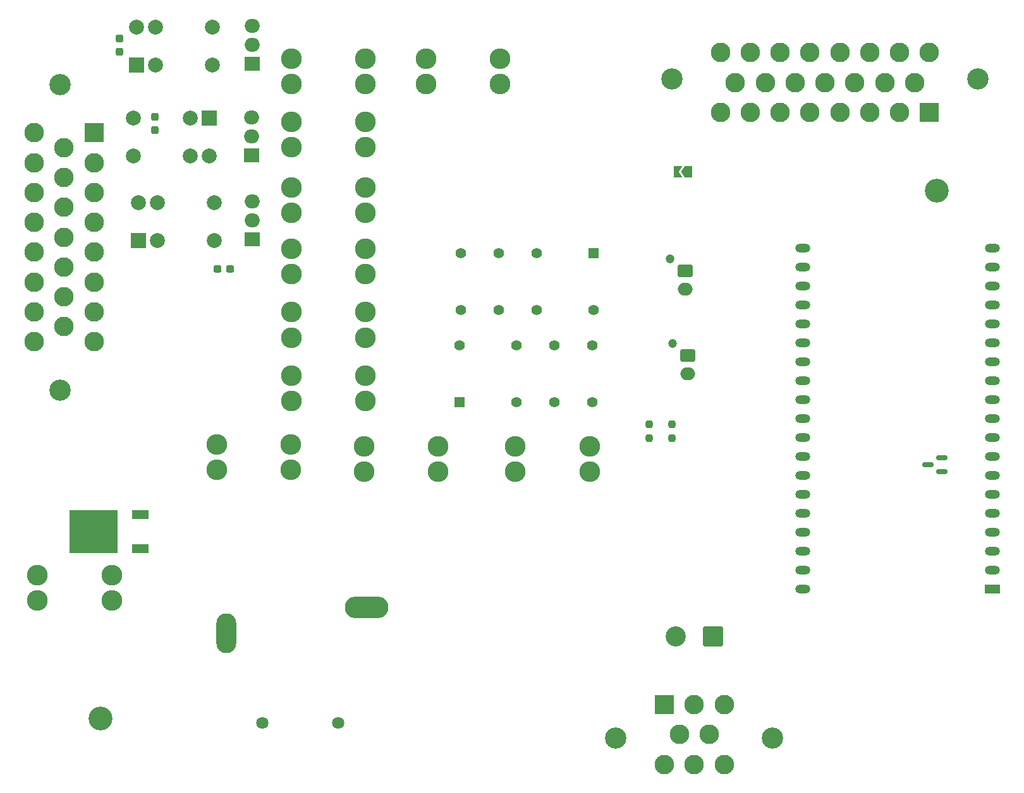
<source format=gbr>
%TF.GenerationSoftware,KiCad,Pcbnew,(6.0.1-0)*%
%TF.CreationDate,2023-02-28T13:23:55-05:00*%
%TF.ProjectId,rear-control-board,72656172-2d63-46f6-9e74-726f6c2d626f,rev?*%
%TF.SameCoordinates,Original*%
%TF.FileFunction,Soldermask,Bot*%
%TF.FilePolarity,Negative*%
%FSLAX46Y46*%
G04 Gerber Fmt 4.6, Leading zero omitted, Abs format (unit mm)*
G04 Created by KiCad (PCBNEW (6.0.1-0)) date 2023-02-28 13:23:55*
%MOMM*%
%LPD*%
G01*
G04 APERTURE LIST*
G04 Aperture macros list*
%AMRoundRect*
0 Rectangle with rounded corners*
0 $1 Rounding radius*
0 $2 $3 $4 $5 $6 $7 $8 $9 X,Y pos of 4 corners*
0 Add a 4 corners polygon primitive as box body*
4,1,4,$2,$3,$4,$5,$6,$7,$8,$9,$2,$3,0*
0 Add four circle primitives for the rounded corners*
1,1,$1+$1,$2,$3*
1,1,$1+$1,$4,$5*
1,1,$1+$1,$6,$7*
1,1,$1+$1,$8,$9*
0 Add four rect primitives between the rounded corners*
20,1,$1+$1,$2,$3,$4,$5,0*
20,1,$1+$1,$4,$5,$6,$7,0*
20,1,$1+$1,$6,$7,$8,$9,0*
20,1,$1+$1,$8,$9,$2,$3,0*%
%AMFreePoly0*
4,1,6,1.000000,0.000000,0.500000,-0.750000,-0.500000,-0.750000,-0.500000,0.750000,0.500000,0.750000,1.000000,0.000000,1.000000,0.000000,$1*%
%AMFreePoly1*
4,1,6,0.500000,-0.750000,-0.650000,-0.750000,-0.150000,0.000000,-0.650000,0.750000,0.500000,0.750000,0.500000,-0.750000,0.500000,-0.750000,$1*%
G04 Aperture macros list end*
%ADD10C,2.780000*%
%ADD11C,3.200000*%
%ADD12R,2.000000X1.905000*%
%ADD13O,2.000000X1.905000*%
%ADD14R,1.400000X1.400000*%
%ADD15C,1.400000*%
%ADD16R,2.000000X1.200000*%
%ADD17O,2.000000X1.200000*%
%ADD18C,1.200000*%
%ADD19RoundRect,0.250000X-0.750000X0.600000X-0.750000X-0.600000X0.750000X-0.600000X0.750000X0.600000X0*%
%ADD20O,2.000000X1.700000*%
%ADD21C,1.635000*%
%ADD22O,2.670000X5.340000*%
%ADD23O,5.850000X2.925000*%
%ADD24C,2.850000*%
%ADD25R,2.625000X2.625000*%
%ADD26C,2.625000*%
%ADD27R,2.000000X2.000000*%
%ADD28C,2.000000*%
%ADD29RoundRect,0.250001X1.099999X1.099999X-1.099999X1.099999X-1.099999X-1.099999X1.099999X-1.099999X0*%
%ADD30C,2.700000*%
%ADD31RoundRect,0.237500X-0.237500X0.300000X-0.237500X-0.300000X0.237500X-0.300000X0.237500X0.300000X0*%
%ADD32R,2.200000X1.200000*%
%ADD33R,6.400000X5.800000*%
%ADD34FreePoly0,180.000000*%
%ADD35FreePoly1,180.000000*%
%ADD36RoundRect,0.237500X0.237500X-0.250000X0.237500X0.250000X-0.237500X0.250000X-0.237500X-0.250000X0*%
%ADD37RoundRect,0.237500X0.237500X-0.300000X0.237500X0.300000X-0.237500X0.300000X-0.237500X-0.300000X0*%
%ADD38RoundRect,0.237500X0.300000X0.237500X-0.300000X0.237500X-0.300000X-0.237500X0.300000X-0.237500X0*%
%ADD39RoundRect,0.237500X-0.237500X0.250000X-0.237500X-0.250000X0.237500X-0.250000X0.237500X0.250000X0*%
%ADD40RoundRect,0.150000X0.587500X0.150000X-0.587500X0.150000X-0.587500X-0.150000X0.587500X-0.150000X0*%
G04 APERTURE END LIST*
D10*
%TO.C,F6*%
X105960000Y-67300000D03*
X105960000Y-70700000D03*
X96040000Y-70700000D03*
X96040000Y-67300000D03*
%TD*%
D11*
%TO.C,H1*%
X182500000Y-85000000D03*
%TD*%
%TO.C,H2*%
X70500000Y-155750000D03*
%TD*%
D12*
%TO.C,D10*%
X90750000Y-91500000D03*
D13*
X90750000Y-88960000D03*
X90750000Y-86420000D03*
%TD*%
D10*
%TO.C,F1*%
X114040000Y-67300000D03*
X114040000Y-70700000D03*
X123960000Y-67300000D03*
X123960000Y-70700000D03*
%TD*%
%TO.C,F9*%
X86040000Y-119050000D03*
X86040000Y-122450000D03*
X95960000Y-119050000D03*
X95960000Y-122450000D03*
%TD*%
D14*
%TO.C,K2*%
X136500000Y-93351115D03*
D15*
X128880000Y-93351115D03*
X123800000Y-93351115D03*
X118720000Y-93351115D03*
X118720000Y-100971115D03*
X123800000Y-100971115D03*
X128880000Y-100971115D03*
X136500000Y-100971115D03*
%TD*%
D16*
%TO.C,U1*%
X189950000Y-138403440D03*
D17*
X189950000Y-135863440D03*
X189950000Y-133323440D03*
X189950000Y-130783440D03*
X189950000Y-128243440D03*
X189950000Y-125703440D03*
X189950000Y-123163440D03*
X189950000Y-120623440D03*
X189950000Y-118083440D03*
X189950000Y-115543440D03*
X189950000Y-113003440D03*
X189950000Y-110463440D03*
X189950000Y-107923440D03*
X189950000Y-105383440D03*
X189950000Y-102843440D03*
X189950000Y-100303440D03*
X189950000Y-97763440D03*
X189950000Y-95223440D03*
X189950000Y-92683440D03*
X164553680Y-92686160D03*
X164553680Y-95226160D03*
X164550000Y-97763440D03*
X164550000Y-100303440D03*
X164550000Y-102843440D03*
X164550000Y-105383440D03*
X164550000Y-107923440D03*
X164550000Y-110463440D03*
X164550000Y-113003440D03*
X164550000Y-115543440D03*
X164550000Y-118083440D03*
X164550000Y-120623440D03*
X164550000Y-123163440D03*
X164550000Y-125703440D03*
X164550000Y-128243440D03*
X164550000Y-130783440D03*
X164550000Y-133323440D03*
X164550000Y-135863440D03*
X164550000Y-138403440D03*
%TD*%
D18*
%TO.C,J4*%
X146750000Y-94150000D03*
D19*
X148750000Y-95750000D03*
D20*
X148750000Y-98250000D03*
%TD*%
D21*
%TO.C,K1*%
X102277550Y-156344100D03*
X92117550Y-156344100D03*
D22*
X87337550Y-144334100D03*
D23*
X106087550Y-140904100D03*
%TD*%
D10*
%TO.C,F4*%
X105960000Y-96200000D03*
X105960000Y-92800000D03*
X96040000Y-92800000D03*
X96040000Y-96200000D03*
%TD*%
D24*
%TO.C,J3*%
X160500000Y-158437500D03*
X139500000Y-158437500D03*
D25*
X146000000Y-153937500D03*
D26*
X150000000Y-153937500D03*
X154000000Y-153937500D03*
X148000000Y-157937500D03*
X152000000Y-157937500D03*
X146000000Y-161937500D03*
X150000000Y-161937500D03*
X154000000Y-161937500D03*
%TD*%
D27*
%TO.C,K6*%
X85000000Y-75250000D03*
D28*
X82460000Y-75250000D03*
X74840000Y-75250000D03*
X74840000Y-80330000D03*
X82460000Y-80330000D03*
X85000000Y-80330000D03*
%TD*%
D10*
%TO.C,F8*%
X105960000Y-84550000D03*
X105960000Y-87950000D03*
X96040000Y-84550000D03*
X96040000Y-87950000D03*
%TD*%
D27*
%TO.C,K5*%
X75542500Y-91657500D03*
D28*
X78082500Y-91657500D03*
X85702500Y-91657500D03*
X85702500Y-86577500D03*
X78082500Y-86577500D03*
X75542500Y-86577500D03*
%TD*%
D12*
%TO.C,D11*%
X90695000Y-80290000D03*
D13*
X90695000Y-77750000D03*
X90695000Y-75210000D03*
%TD*%
D10*
%TO.C,F7*%
X105960000Y-104700000D03*
X105960000Y-101300000D03*
X96040000Y-104700000D03*
X96040000Y-101300000D03*
%TD*%
D27*
%TO.C,K4*%
X75292500Y-68127583D03*
D28*
X77832500Y-68127583D03*
X85452500Y-68127583D03*
X85452500Y-63047583D03*
X77832500Y-63047583D03*
X75292500Y-63047583D03*
%TD*%
D10*
%TO.C,F10*%
X126040000Y-122700000D03*
X126040000Y-119300000D03*
X135960000Y-119300000D03*
X135960000Y-122700000D03*
%TD*%
D18*
%TO.C,J5*%
X147117500Y-105501115D03*
D19*
X149117500Y-107101115D03*
D20*
X149117500Y-109601115D03*
%TD*%
D10*
%TO.C,F11*%
X71960000Y-136550000D03*
X71960000Y-139950000D03*
X62040000Y-139950000D03*
X62040000Y-136550000D03*
%TD*%
%TO.C,F2*%
X105960000Y-75800000D03*
X105960000Y-79200000D03*
X96040000Y-79200000D03*
X96040000Y-75800000D03*
%TD*%
D14*
%TO.C,K3*%
X118560000Y-113376115D03*
D15*
X126180000Y-113376115D03*
X131260000Y-113376115D03*
X136340000Y-113376115D03*
X136340000Y-105756115D03*
X131260000Y-105756115D03*
X126180000Y-105756115D03*
X118560000Y-105756115D03*
%TD*%
D24*
%TO.C,J1*%
X65087500Y-111750000D03*
X65087500Y-70750000D03*
D25*
X69587500Y-77250000D03*
D26*
X69587500Y-81250000D03*
X69587500Y-85250000D03*
X69587500Y-89250000D03*
X69587500Y-93250000D03*
X69587500Y-97250000D03*
X69587500Y-101250000D03*
X69587500Y-105250000D03*
X65587500Y-79250000D03*
X65587500Y-83250000D03*
X65587500Y-87250000D03*
X65587500Y-91250000D03*
X65587500Y-95250000D03*
X65587500Y-99250000D03*
X65587500Y-103250000D03*
X61587500Y-77250000D03*
X61587500Y-81250000D03*
X61587500Y-85250000D03*
X61587500Y-89250000D03*
X61587500Y-93250000D03*
X61587500Y-97250000D03*
X61587500Y-101250000D03*
X61587500Y-105250000D03*
%TD*%
D10*
%TO.C,F5*%
X105960000Y-109800000D03*
X105960000Y-113200000D03*
X96040000Y-113200000D03*
X96040000Y-109800000D03*
%TD*%
%TO.C,F3*%
X105790000Y-119300000D03*
X105790000Y-122700000D03*
X115710000Y-119300000D03*
X115710000Y-122700000D03*
%TD*%
D24*
%TO.C,J2*%
X188000000Y-70000000D03*
X147000000Y-70000000D03*
D25*
X181500000Y-74500000D03*
D26*
X177500000Y-74500000D03*
X173500000Y-74500000D03*
X169500000Y-74500000D03*
X165500000Y-74500000D03*
X161500000Y-74500000D03*
X157500000Y-74500000D03*
X153500000Y-74500000D03*
X179500000Y-70500000D03*
X175500000Y-70500000D03*
X171500000Y-70500000D03*
X167500000Y-70500000D03*
X163500000Y-70500000D03*
X159500000Y-70500000D03*
X155500000Y-70500000D03*
X181500000Y-66500000D03*
X177500000Y-66500000D03*
X173500000Y-66500000D03*
X169500000Y-66500000D03*
X165500000Y-66500000D03*
X161500000Y-66500000D03*
X157500000Y-66500000D03*
X153500000Y-66500000D03*
%TD*%
D29*
%TO.C,J6*%
X152527500Y-144800000D03*
D30*
X147527500Y-144800000D03*
%TD*%
D12*
%TO.C,D12*%
X90750000Y-68000000D03*
D13*
X90750000Y-62920000D03*
X90750000Y-65460000D03*
%TD*%
D31*
%TO.C,C2*%
X73000000Y-64637500D03*
X73000000Y-66362500D03*
%TD*%
D32*
%TO.C,D3*%
X75800000Y-128470000D03*
D33*
X69500000Y-130750000D03*
D32*
X75800000Y-133030000D03*
%TD*%
D34*
%TO.C,JP1*%
X149250000Y-82500000D03*
D35*
X147800000Y-82500000D03*
%TD*%
D36*
%TO.C,R8*%
X147000000Y-118162500D03*
X147000000Y-116337500D03*
%TD*%
D37*
%TO.C,C13*%
X77750000Y-76862500D03*
X77750000Y-75137500D03*
%TD*%
D38*
%TO.C,C3*%
X87862500Y-95500000D03*
X86137500Y-95500000D03*
%TD*%
D39*
%TO.C,R5*%
X144000000Y-116337500D03*
X144000000Y-118162500D03*
%TD*%
D40*
%TO.C,D7*%
X183187500Y-120800000D03*
X183187500Y-122700000D03*
X181312500Y-121750000D03*
%TD*%
M02*

</source>
